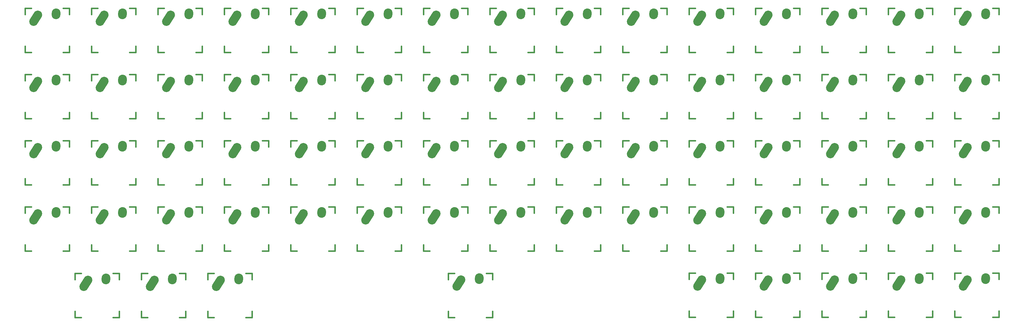
<source format=gbr>
%TF.GenerationSoftware,KiCad,Pcbnew,9.0.2*%
%TF.CreationDate,2025-06-02T23:42:43-04:00*%
%TF.ProjectId,OrangeDeck Keyboard,4f72616e-6765-4446-9563-6b204b657962,rev?*%
%TF.SameCoordinates,Original*%
%TF.FileFunction,Legend,Top*%
%TF.FilePolarity,Positive*%
%FSLAX46Y46*%
G04 Gerber Fmt 4.6, Leading zero omitted, Abs format (unit mm)*
G04 Created by KiCad (PCBNEW 9.0.2) date 2025-06-02 23:42:43*
%MOMM*%
%LPD*%
G01*
G04 APERTURE LIST*
G04 Aperture macros list*
%AMHorizOval*
0 Thick line with rounded ends*
0 $1 width*
0 $2 $3 position (X,Y) of the first rounded end (center of the circle)*
0 $4 $5 position (X,Y) of the second rounded end (center of the circle)*
0 Add line between two ends*
20,1,$1,$2,$3,$4,$5,0*
0 Add two circle primitives to create the rounded ends*
1,1,$1,$2,$3*
1,1,$1,$4,$5*%
G04 Aperture macros list end*
%ADD10C,0.381000*%
%ADD11HorizOval,2.500000X-0.604462X-0.948815X0.604462X0.948815X0*%
%ADD12HorizOval,2.500000X-0.019724X-0.289328X0.019724X0.289328X0*%
G04 APERTURE END LIST*
D10*
%TO.C,K67*%
X113030000Y-82550000D02*
X114808000Y-82550000D01*
X113030000Y-84328000D02*
X113030000Y-82550000D01*
X113030000Y-95250000D02*
X113030000Y-93472000D01*
X114808000Y-95250000D02*
X113030000Y-95250000D01*
X123952000Y-82550000D02*
X125730000Y-82550000D01*
X125730000Y-82550000D02*
X125730000Y-84328000D01*
X125730000Y-93472000D02*
X125730000Y-95250000D01*
X125730000Y-95250000D02*
X123952000Y-95250000D01*
%TO.C,K23*%
X36830000Y-25400000D02*
X38608000Y-25400000D01*
X36830000Y-27178000D02*
X36830000Y-25400000D01*
X36830000Y-38100000D02*
X36830000Y-36322000D01*
X38608000Y-38100000D02*
X36830000Y-38100000D01*
X47752000Y-25400000D02*
X49530000Y-25400000D01*
X49530000Y-25400000D02*
X49530000Y-27178000D01*
X49530000Y-36322000D02*
X49530000Y-38100000D01*
X49530000Y-38100000D02*
X47752000Y-38100000D01*
%TO.C,K52*%
X17780000Y-63500000D02*
X19558000Y-63500000D01*
X17780000Y-65278000D02*
X17780000Y-63500000D01*
X17780000Y-76200000D02*
X17780000Y-74422000D01*
X19558000Y-76200000D02*
X17780000Y-76200000D01*
X28702000Y-63500000D02*
X30480000Y-63500000D01*
X30480000Y-63500000D02*
X30480000Y-65278000D01*
X30480000Y-74422000D02*
X30480000Y-76200000D01*
X30480000Y-76200000D02*
X28702000Y-76200000D01*
%TO.C,K47*%
X-77470000Y-63500000D02*
X-75692000Y-63500000D01*
X-77470000Y-65278000D02*
X-77470000Y-63500000D01*
X-77470000Y-76200000D02*
X-77470000Y-74422000D01*
X-75692000Y-76200000D02*
X-77470000Y-76200000D01*
X-66548000Y-63500000D02*
X-64770000Y-63500000D01*
X-64770000Y-63500000D02*
X-64770000Y-65278000D01*
X-64770000Y-74422000D02*
X-64770000Y-76200000D01*
X-64770000Y-76200000D02*
X-66548000Y-76200000D01*
%TO.C,K33*%
X-58420000Y-44450000D02*
X-56642000Y-44450000D01*
X-58420000Y-46228000D02*
X-58420000Y-44450000D01*
X-58420000Y-57150000D02*
X-58420000Y-55372000D01*
X-56642000Y-57150000D02*
X-58420000Y-57150000D01*
X-47498000Y-44450000D02*
X-45720000Y-44450000D01*
X-45720000Y-44450000D02*
X-45720000Y-46228000D01*
X-45720000Y-55372000D02*
X-45720000Y-57150000D01*
X-45720000Y-57150000D02*
X-47498000Y-57150000D01*
%TO.C,K1*%
X-96520000Y-6350000D02*
X-94742000Y-6350000D01*
X-96520000Y-8128000D02*
X-96520000Y-6350000D01*
X-96520000Y-19050000D02*
X-96520000Y-17272000D01*
X-94742000Y-19050000D02*
X-96520000Y-19050000D01*
X-85598000Y-6350000D02*
X-83820000Y-6350000D01*
X-83820000Y-6350000D02*
X-83820000Y-8128000D01*
X-83820000Y-17272000D02*
X-83820000Y-19050000D01*
X-83820000Y-19050000D02*
X-85598000Y-19050000D01*
%TO.C,K27*%
X113030000Y-25400000D02*
X114808000Y-25400000D01*
X113030000Y-27178000D02*
X113030000Y-25400000D01*
X113030000Y-38100000D02*
X113030000Y-36322000D01*
X114808000Y-38100000D02*
X113030000Y-38100000D01*
X123952000Y-25400000D02*
X125730000Y-25400000D01*
X125730000Y-25400000D02*
X125730000Y-27178000D01*
X125730000Y-36322000D02*
X125730000Y-38100000D01*
X125730000Y-38100000D02*
X123952000Y-38100000D01*
%TO.C,K60*%
X170180000Y-63500000D02*
X171958000Y-63500000D01*
X170180000Y-65278000D02*
X170180000Y-63500000D01*
X170180000Y-76200000D02*
X170180000Y-74422000D01*
X171958000Y-76200000D02*
X170180000Y-76200000D01*
X181102000Y-63500000D02*
X182880000Y-63500000D01*
X182880000Y-63500000D02*
X182880000Y-65278000D01*
X182880000Y-74422000D02*
X182880000Y-76200000D01*
X182880000Y-76200000D02*
X181102000Y-76200000D01*
%TO.C,K28*%
X132080000Y-25400000D02*
X133858000Y-25400000D01*
X132080000Y-27178000D02*
X132080000Y-25400000D01*
X132080000Y-38100000D02*
X132080000Y-36322000D01*
X133858000Y-38100000D02*
X132080000Y-38100000D01*
X143002000Y-25400000D02*
X144780000Y-25400000D01*
X144780000Y-25400000D02*
X144780000Y-27178000D01*
X144780000Y-36322000D02*
X144780000Y-38100000D01*
X144780000Y-38100000D02*
X143002000Y-38100000D01*
%TO.C,K36*%
X-1270000Y-44450000D02*
X508000Y-44450000D01*
X-1270000Y-46228000D02*
X-1270000Y-44450000D01*
X-1270000Y-57150000D02*
X-1270000Y-55372000D01*
X508000Y-57150000D02*
X-1270000Y-57150000D01*
X9652000Y-44450000D02*
X11430000Y-44450000D01*
X11430000Y-44450000D02*
X11430000Y-46228000D01*
X11430000Y-55372000D02*
X11430000Y-57150000D01*
X11430000Y-57150000D02*
X9652000Y-57150000D01*
%TO.C,K30*%
X170180000Y-25400000D02*
X171958000Y-25400000D01*
X170180000Y-27178000D02*
X170180000Y-25400000D01*
X170180000Y-38100000D02*
X170180000Y-36322000D01*
X171958000Y-38100000D02*
X170180000Y-38100000D01*
X181102000Y-25400000D02*
X182880000Y-25400000D01*
X182880000Y-25400000D02*
X182880000Y-27178000D01*
X182880000Y-36322000D02*
X182880000Y-38100000D01*
X182880000Y-38100000D02*
X181102000Y-38100000D01*
%TO.C,K45*%
X170180000Y-44450000D02*
X171958000Y-44450000D01*
X170180000Y-46228000D02*
X170180000Y-44450000D01*
X170180000Y-57150000D02*
X170180000Y-55372000D01*
X171958000Y-57150000D02*
X170180000Y-57150000D01*
X181102000Y-44450000D02*
X182880000Y-44450000D01*
X182880000Y-44450000D02*
X182880000Y-46228000D01*
X182880000Y-55372000D02*
X182880000Y-57150000D01*
X182880000Y-57150000D02*
X181102000Y-57150000D01*
%TO.C,K6*%
X-1270000Y-6350000D02*
X508000Y-6350000D01*
X-1270000Y-8128000D02*
X-1270000Y-6350000D01*
X-1270000Y-19050000D02*
X-1270000Y-17272000D01*
X508000Y-19050000D02*
X-1270000Y-19050000D01*
X9652000Y-6350000D02*
X11430000Y-6350000D01*
X11430000Y-6350000D02*
X11430000Y-8128000D01*
X11430000Y-17272000D02*
X11430000Y-19050000D01*
X11430000Y-19050000D02*
X9652000Y-19050000D01*
%TO.C,K69*%
X151130000Y-82550000D02*
X152908000Y-82550000D01*
X151130000Y-84328000D02*
X151130000Y-82550000D01*
X151130000Y-95250000D02*
X151130000Y-93472000D01*
X152908000Y-95250000D02*
X151130000Y-95250000D01*
X162052000Y-82550000D02*
X163830000Y-82550000D01*
X163830000Y-82550000D02*
X163830000Y-84328000D01*
X163830000Y-93472000D02*
X163830000Y-95250000D01*
X163830000Y-95250000D02*
X162052000Y-95250000D01*
%TO.C,K50*%
X-20320000Y-63500000D02*
X-18542000Y-63500000D01*
X-20320000Y-65278000D02*
X-20320000Y-63500000D01*
X-20320000Y-76200000D02*
X-20320000Y-74422000D01*
X-18542000Y-76200000D02*
X-20320000Y-76200000D01*
X-9398000Y-63500000D02*
X-7620000Y-63500000D01*
X-7620000Y-63500000D02*
X-7620000Y-65278000D01*
X-7620000Y-74422000D02*
X-7620000Y-76200000D01*
X-7620000Y-76200000D02*
X-9398000Y-76200000D01*
%TO.C,K65*%
X24893250Y-82572500D02*
X26671250Y-82572500D01*
X24893250Y-84350500D02*
X24893250Y-82572500D01*
X24893250Y-95272500D02*
X24893250Y-93494500D01*
X26671250Y-95272500D02*
X24893250Y-95272500D01*
X35815250Y-82572500D02*
X37593250Y-82572500D01*
X37593250Y-82572500D02*
X37593250Y-84350500D01*
X37593250Y-93494500D02*
X37593250Y-95272500D01*
X37593250Y-95272500D02*
X35815250Y-95272500D01*
%TO.C,K48*%
X-58420000Y-63500000D02*
X-56642000Y-63500000D01*
X-58420000Y-65278000D02*
X-58420000Y-63500000D01*
X-58420000Y-76200000D02*
X-58420000Y-74422000D01*
X-56642000Y-76200000D02*
X-58420000Y-76200000D01*
X-47498000Y-63500000D02*
X-45720000Y-63500000D01*
X-45720000Y-63500000D02*
X-45720000Y-65278000D01*
X-45720000Y-74422000D02*
X-45720000Y-76200000D01*
X-45720000Y-76200000D02*
X-47498000Y-76200000D01*
%TO.C,K5*%
X-20320000Y-6350000D02*
X-18542000Y-6350000D01*
X-20320000Y-8128000D02*
X-20320000Y-6350000D01*
X-20320000Y-19050000D02*
X-20320000Y-17272000D01*
X-18542000Y-19050000D02*
X-20320000Y-19050000D01*
X-9398000Y-6350000D02*
X-7620000Y-6350000D01*
X-7620000Y-6350000D02*
X-7620000Y-8128000D01*
X-7620000Y-17272000D02*
X-7620000Y-19050000D01*
X-7620000Y-19050000D02*
X-9398000Y-19050000D01*
%TO.C,K51*%
X-1270000Y-63500000D02*
X508000Y-63500000D01*
X-1270000Y-65278000D02*
X-1270000Y-63500000D01*
X-1270000Y-76200000D02*
X-1270000Y-74422000D01*
X508000Y-76200000D02*
X-1270000Y-76200000D01*
X9652000Y-63500000D02*
X11430000Y-63500000D01*
X11430000Y-63500000D02*
X11430000Y-65278000D01*
X11430000Y-74422000D02*
X11430000Y-76200000D01*
X11430000Y-76200000D02*
X9652000Y-76200000D01*
%TO.C,K35*%
X-20320000Y-44450000D02*
X-18542000Y-44450000D01*
X-20320000Y-46228000D02*
X-20320000Y-44450000D01*
X-20320000Y-57150000D02*
X-20320000Y-55372000D01*
X-18542000Y-57150000D02*
X-20320000Y-57150000D01*
X-9398000Y-44450000D02*
X-7620000Y-44450000D01*
X-7620000Y-44450000D02*
X-7620000Y-46228000D01*
X-7620000Y-55372000D02*
X-7620000Y-57150000D01*
X-7620000Y-57150000D02*
X-9398000Y-57150000D01*
%TO.C,K7*%
X17780000Y-6350000D02*
X19558000Y-6350000D01*
X17780000Y-8128000D02*
X17780000Y-6350000D01*
X17780000Y-19050000D02*
X17780000Y-17272000D01*
X19558000Y-19050000D02*
X17780000Y-19050000D01*
X28702000Y-6350000D02*
X30480000Y-6350000D01*
X30480000Y-6350000D02*
X30480000Y-8128000D01*
X30480000Y-17272000D02*
X30480000Y-19050000D01*
X30480000Y-19050000D02*
X28702000Y-19050000D01*
%TO.C,K46*%
X-96520000Y-63500000D02*
X-94742000Y-63500000D01*
X-96520000Y-65278000D02*
X-96520000Y-63500000D01*
X-96520000Y-76200000D02*
X-96520000Y-74422000D01*
X-94742000Y-76200000D02*
X-96520000Y-76200000D01*
X-85598000Y-63500000D02*
X-83820000Y-63500000D01*
X-83820000Y-63500000D02*
X-83820000Y-65278000D01*
X-83820000Y-74422000D02*
X-83820000Y-76200000D01*
X-83820000Y-76200000D02*
X-85598000Y-76200000D01*
%TO.C,K9*%
X55880000Y-6350000D02*
X57658000Y-6350000D01*
X55880000Y-8128000D02*
X55880000Y-6350000D01*
X55880000Y-19050000D02*
X55880000Y-17272000D01*
X57658000Y-19050000D02*
X55880000Y-19050000D01*
X66802000Y-6350000D02*
X68580000Y-6350000D01*
X68580000Y-6350000D02*
X68580000Y-8128000D01*
X68580000Y-17272000D02*
X68580000Y-19050000D01*
X68580000Y-19050000D02*
X66802000Y-19050000D01*
%TO.C,K11*%
X93980000Y-6350000D02*
X95758000Y-6350000D01*
X93980000Y-8128000D02*
X93980000Y-6350000D01*
X93980000Y-19050000D02*
X93980000Y-17272000D01*
X95758000Y-19050000D02*
X93980000Y-19050000D01*
X104902000Y-6350000D02*
X106680000Y-6350000D01*
X106680000Y-6350000D02*
X106680000Y-8128000D01*
X106680000Y-17272000D02*
X106680000Y-19050000D01*
X106680000Y-19050000D02*
X104902000Y-19050000D01*
%TO.C,K24*%
X55880000Y-25400000D02*
X57658000Y-25400000D01*
X55880000Y-27178000D02*
X55880000Y-25400000D01*
X55880000Y-38100000D02*
X55880000Y-36322000D01*
X57658000Y-38100000D02*
X55880000Y-38100000D01*
X66802000Y-25400000D02*
X68580000Y-25400000D01*
X68580000Y-25400000D02*
X68580000Y-27178000D01*
X68580000Y-36322000D02*
X68580000Y-38100000D01*
X68580000Y-38100000D02*
X66802000Y-38100000D01*
%TO.C,K54*%
X55880000Y-63500000D02*
X57658000Y-63500000D01*
X55880000Y-65278000D02*
X55880000Y-63500000D01*
X55880000Y-76200000D02*
X55880000Y-74422000D01*
X57658000Y-76200000D02*
X55880000Y-76200000D01*
X66802000Y-63500000D02*
X68580000Y-63500000D01*
X68580000Y-63500000D02*
X68580000Y-65278000D01*
X68580000Y-74422000D02*
X68580000Y-76200000D01*
X68580000Y-76200000D02*
X66802000Y-76200000D01*
%TO.C,K10*%
X74930000Y-6350000D02*
X76708000Y-6350000D01*
X74930000Y-8128000D02*
X74930000Y-6350000D01*
X74930000Y-19050000D02*
X74930000Y-17272000D01*
X76708000Y-19050000D02*
X74930000Y-19050000D01*
X85852000Y-6350000D02*
X87630000Y-6350000D01*
X87630000Y-6350000D02*
X87630000Y-8128000D01*
X87630000Y-17272000D02*
X87630000Y-19050000D01*
X87630000Y-19050000D02*
X85852000Y-19050000D01*
%TO.C,K39*%
X55880000Y-44450000D02*
X57658000Y-44450000D01*
X55880000Y-46228000D02*
X55880000Y-44450000D01*
X55880000Y-57150000D02*
X55880000Y-55372000D01*
X57658000Y-57150000D02*
X55880000Y-57150000D01*
X66802000Y-44450000D02*
X68580000Y-44450000D01*
X68580000Y-44450000D02*
X68580000Y-46228000D01*
X68580000Y-55372000D02*
X68580000Y-57150000D01*
X68580000Y-57150000D02*
X66802000Y-57150000D01*
%TO.C,K66*%
X93980000Y-82550000D02*
X95758000Y-82550000D01*
X93980000Y-84328000D02*
X93980000Y-82550000D01*
X93980000Y-95250000D02*
X93980000Y-93472000D01*
X95758000Y-95250000D02*
X93980000Y-95250000D01*
X104902000Y-82550000D02*
X106680000Y-82550000D01*
X106680000Y-82550000D02*
X106680000Y-84328000D01*
X106680000Y-93472000D02*
X106680000Y-95250000D01*
X106680000Y-95250000D02*
X104902000Y-95250000D01*
%TO.C,K18*%
X-58420000Y-25400000D02*
X-56642000Y-25400000D01*
X-58420000Y-27178000D02*
X-58420000Y-25400000D01*
X-58420000Y-38100000D02*
X-58420000Y-36322000D01*
X-56642000Y-38100000D02*
X-58420000Y-38100000D01*
X-47498000Y-25400000D02*
X-45720000Y-25400000D01*
X-45720000Y-25400000D02*
X-45720000Y-27178000D01*
X-45720000Y-36322000D02*
X-45720000Y-38100000D01*
X-45720000Y-38100000D02*
X-47498000Y-38100000D01*
%TO.C,K31*%
X-96520000Y-44450000D02*
X-94742000Y-44450000D01*
X-96520000Y-46228000D02*
X-96520000Y-44450000D01*
X-96520000Y-57150000D02*
X-96520000Y-55372000D01*
X-94742000Y-57150000D02*
X-96520000Y-57150000D01*
X-85598000Y-44450000D02*
X-83820000Y-44450000D01*
X-83820000Y-44450000D02*
X-83820000Y-46228000D01*
X-83820000Y-55372000D02*
X-83820000Y-57150000D01*
X-83820000Y-57150000D02*
X-85598000Y-57150000D01*
%TO.C,K37*%
X17780000Y-44450000D02*
X19558000Y-44450000D01*
X17780000Y-46228000D02*
X17780000Y-44450000D01*
X17780000Y-57150000D02*
X17780000Y-55372000D01*
X19558000Y-57150000D02*
X17780000Y-57150000D01*
X28702000Y-44450000D02*
X30480000Y-44450000D01*
X30480000Y-44450000D02*
X30480000Y-46228000D01*
X30480000Y-55372000D02*
X30480000Y-57150000D01*
X30480000Y-57150000D02*
X28702000Y-57150000D01*
%TO.C,K17*%
X-77470000Y-25400000D02*
X-75692000Y-25400000D01*
X-77470000Y-27178000D02*
X-77470000Y-25400000D01*
X-77470000Y-38100000D02*
X-77470000Y-36322000D01*
X-75692000Y-38100000D02*
X-77470000Y-38100000D01*
X-66548000Y-25400000D02*
X-64770000Y-25400000D01*
X-64770000Y-25400000D02*
X-64770000Y-27178000D01*
X-64770000Y-36322000D02*
X-64770000Y-38100000D01*
X-64770000Y-38100000D02*
X-66548000Y-38100000D01*
%TO.C,K68*%
X132080000Y-82550000D02*
X133858000Y-82550000D01*
X132080000Y-84328000D02*
X132080000Y-82550000D01*
X132080000Y-95250000D02*
X132080000Y-93472000D01*
X133858000Y-95250000D02*
X132080000Y-95250000D01*
X143002000Y-82550000D02*
X144780000Y-82550000D01*
X144780000Y-82550000D02*
X144780000Y-84328000D01*
X144780000Y-93472000D02*
X144780000Y-95250000D01*
X144780000Y-95250000D02*
X143002000Y-95250000D01*
%TO.C,K13*%
X132080000Y-6350000D02*
X133858000Y-6350000D01*
X132080000Y-8128000D02*
X132080000Y-6350000D01*
X132080000Y-19050000D02*
X132080000Y-17272000D01*
X133858000Y-19050000D02*
X132080000Y-19050000D01*
X143002000Y-6350000D02*
X144780000Y-6350000D01*
X144780000Y-6350000D02*
X144780000Y-8128000D01*
X144780000Y-17272000D02*
X144780000Y-19050000D01*
X144780000Y-19050000D02*
X143002000Y-19050000D01*
%TO.C,K26*%
X93980000Y-25400000D02*
X95758000Y-25400000D01*
X93980000Y-27178000D02*
X93980000Y-25400000D01*
X93980000Y-38100000D02*
X93980000Y-36322000D01*
X95758000Y-38100000D02*
X93980000Y-38100000D01*
X104902000Y-25400000D02*
X106680000Y-25400000D01*
X106680000Y-25400000D02*
X106680000Y-27178000D01*
X106680000Y-36322000D02*
X106680000Y-38100000D01*
X106680000Y-38100000D02*
X104902000Y-38100000D01*
%TO.C,K15*%
X170180000Y-6350000D02*
X171958000Y-6350000D01*
X170180000Y-8128000D02*
X170180000Y-6350000D01*
X170180000Y-19050000D02*
X170180000Y-17272000D01*
X171958000Y-19050000D02*
X170180000Y-19050000D01*
X181102000Y-6350000D02*
X182880000Y-6350000D01*
X182880000Y-6350000D02*
X182880000Y-8128000D01*
X182880000Y-17272000D02*
X182880000Y-19050000D01*
X182880000Y-19050000D02*
X181102000Y-19050000D01*
%TO.C,K63*%
X-63120000Y-82627500D02*
X-61342000Y-82627500D01*
X-63120000Y-84405500D02*
X-63120000Y-82627500D01*
X-63120000Y-95327500D02*
X-63120000Y-93549500D01*
X-61342000Y-95327500D02*
X-63120000Y-95327500D01*
X-52198000Y-82627500D02*
X-50420000Y-82627500D01*
X-50420000Y-82627500D02*
X-50420000Y-84405500D01*
X-50420000Y-93549500D02*
X-50420000Y-95327500D01*
X-50420000Y-95327500D02*
X-52198000Y-95327500D01*
%TO.C,K2*%
X-77470000Y-6350000D02*
X-75692000Y-6350000D01*
X-77470000Y-8128000D02*
X-77470000Y-6350000D01*
X-77470000Y-19050000D02*
X-77470000Y-17272000D01*
X-75692000Y-19050000D02*
X-77470000Y-19050000D01*
X-66548000Y-6350000D02*
X-64770000Y-6350000D01*
X-64770000Y-6350000D02*
X-64770000Y-8128000D01*
X-64770000Y-17272000D02*
X-64770000Y-19050000D01*
X-64770000Y-19050000D02*
X-66548000Y-19050000D01*
%TO.C,K25*%
X74930000Y-25400000D02*
X76708000Y-25400000D01*
X74930000Y-27178000D02*
X74930000Y-25400000D01*
X74930000Y-38100000D02*
X74930000Y-36322000D01*
X76708000Y-38100000D02*
X74930000Y-38100000D01*
X85852000Y-25400000D02*
X87630000Y-25400000D01*
X87630000Y-25400000D02*
X87630000Y-27178000D01*
X87630000Y-36322000D02*
X87630000Y-38100000D01*
X87630000Y-38100000D02*
X85852000Y-38100000D01*
%TO.C,K59*%
X151130000Y-63500000D02*
X152908000Y-63500000D01*
X151130000Y-65278000D02*
X151130000Y-63500000D01*
X151130000Y-76200000D02*
X151130000Y-74422000D01*
X152908000Y-76200000D02*
X151130000Y-76200000D01*
X162052000Y-63500000D02*
X163830000Y-63500000D01*
X163830000Y-63500000D02*
X163830000Y-65278000D01*
X163830000Y-74422000D02*
X163830000Y-76200000D01*
X163830000Y-76200000D02*
X162052000Y-76200000D01*
%TO.C,K38*%
X36830000Y-44450000D02*
X38608000Y-44450000D01*
X36830000Y-46228000D02*
X36830000Y-44450000D01*
X36830000Y-57150000D02*
X36830000Y-55372000D01*
X38608000Y-57150000D02*
X36830000Y-57150000D01*
X47752000Y-44450000D02*
X49530000Y-44450000D01*
X49530000Y-44450000D02*
X49530000Y-46228000D01*
X49530000Y-55372000D02*
X49530000Y-57150000D01*
X49530000Y-57150000D02*
X47752000Y-57150000D01*
%TO.C,K49*%
X-39370000Y-63500000D02*
X-37592000Y-63500000D01*
X-39370000Y-65278000D02*
X-39370000Y-63500000D01*
X-39370000Y-76200000D02*
X-39370000Y-74422000D01*
X-37592000Y-76200000D02*
X-39370000Y-76200000D01*
X-28448000Y-63500000D02*
X-26670000Y-63500000D01*
X-26670000Y-63500000D02*
X-26670000Y-65278000D01*
X-26670000Y-74422000D02*
X-26670000Y-76200000D01*
X-26670000Y-76200000D02*
X-28448000Y-76200000D01*
%TO.C,K16*%
X-96520000Y-25400000D02*
X-94742000Y-25400000D01*
X-96520000Y-27178000D02*
X-96520000Y-25400000D01*
X-96520000Y-38100000D02*
X-96520000Y-36322000D01*
X-94742000Y-38100000D02*
X-96520000Y-38100000D01*
X-85598000Y-25400000D02*
X-83820000Y-25400000D01*
X-83820000Y-25400000D02*
X-83820000Y-27178000D01*
X-83820000Y-36322000D02*
X-83820000Y-38100000D01*
X-83820000Y-38100000D02*
X-85598000Y-38100000D01*
%TO.C,K29*%
X151130000Y-25400000D02*
X152908000Y-25400000D01*
X151130000Y-27178000D02*
X151130000Y-25400000D01*
X151130000Y-38100000D02*
X151130000Y-36322000D01*
X152908000Y-38100000D02*
X151130000Y-38100000D01*
X162052000Y-25400000D02*
X163830000Y-25400000D01*
X163830000Y-25400000D02*
X163830000Y-27178000D01*
X163830000Y-36322000D02*
X163830000Y-38100000D01*
X163830000Y-38100000D02*
X162052000Y-38100000D01*
%TO.C,K42*%
X113030000Y-44450000D02*
X114808000Y-44450000D01*
X113030000Y-46228000D02*
X113030000Y-44450000D01*
X113030000Y-57150000D02*
X113030000Y-55372000D01*
X114808000Y-57150000D02*
X113030000Y-57150000D01*
X123952000Y-44450000D02*
X125730000Y-44450000D01*
X125730000Y-44450000D02*
X125730000Y-46228000D01*
X125730000Y-55372000D02*
X125730000Y-57150000D01*
X125730000Y-57150000D02*
X123952000Y-57150000D01*
%TO.C,K21*%
X-1270000Y-25400000D02*
X508000Y-25400000D01*
X-1270000Y-27178000D02*
X-1270000Y-25400000D01*
X-1270000Y-38100000D02*
X-1270000Y-36322000D01*
X508000Y-38100000D02*
X-1270000Y-38100000D01*
X9652000Y-25400000D02*
X11430000Y-25400000D01*
X11430000Y-25400000D02*
X11430000Y-27178000D01*
X11430000Y-36322000D02*
X11430000Y-38100000D01*
X11430000Y-38100000D02*
X9652000Y-38100000D01*
%TO.C,K57*%
X113030000Y-63500000D02*
X114808000Y-63500000D01*
X113030000Y-65278000D02*
X113030000Y-63500000D01*
X113030000Y-76200000D02*
X113030000Y-74422000D01*
X114808000Y-76200000D02*
X113030000Y-76200000D01*
X123952000Y-63500000D02*
X125730000Y-63500000D01*
X125730000Y-63500000D02*
X125730000Y-65278000D01*
X125730000Y-74422000D02*
X125730000Y-76200000D01*
X125730000Y-76200000D02*
X123952000Y-76200000D01*
%TO.C,K32*%
X-77470000Y-44450000D02*
X-75692000Y-44450000D01*
X-77470000Y-46228000D02*
X-77470000Y-44450000D01*
X-77470000Y-57150000D02*
X-77470000Y-55372000D01*
X-75692000Y-57150000D02*
X-77470000Y-57150000D01*
X-66548000Y-44450000D02*
X-64770000Y-44450000D01*
X-64770000Y-44450000D02*
X-64770000Y-46228000D01*
X-64770000Y-55372000D02*
X-64770000Y-57150000D01*
X-64770000Y-57150000D02*
X-66548000Y-57150000D01*
%TO.C,K12*%
X113030000Y-6350000D02*
X114808000Y-6350000D01*
X113030000Y-8128000D02*
X113030000Y-6350000D01*
X113030000Y-19050000D02*
X113030000Y-17272000D01*
X114808000Y-19050000D02*
X113030000Y-19050000D01*
X123952000Y-6350000D02*
X125730000Y-6350000D01*
X125730000Y-6350000D02*
X125730000Y-8128000D01*
X125730000Y-17272000D02*
X125730000Y-19050000D01*
X125730000Y-19050000D02*
X123952000Y-19050000D01*
%TO.C,K8*%
X36830000Y-6350000D02*
X38608000Y-6350000D01*
X36830000Y-8128000D02*
X36830000Y-6350000D01*
X36830000Y-19050000D02*
X36830000Y-17272000D01*
X38608000Y-19050000D02*
X36830000Y-19050000D01*
X47752000Y-6350000D02*
X49530000Y-6350000D01*
X49530000Y-6350000D02*
X49530000Y-8128000D01*
X49530000Y-17272000D02*
X49530000Y-19050000D01*
X49530000Y-19050000D02*
X47752000Y-19050000D01*
%TO.C,K14*%
X151130000Y-6350000D02*
X152908000Y-6350000D01*
X151130000Y-8128000D02*
X151130000Y-6350000D01*
X151130000Y-19050000D02*
X151130000Y-17272000D01*
X152908000Y-19050000D02*
X151130000Y-19050000D01*
X162052000Y-6350000D02*
X163830000Y-6350000D01*
X163830000Y-6350000D02*
X163830000Y-8128000D01*
X163830000Y-17272000D02*
X163830000Y-19050000D01*
X163830000Y-19050000D02*
X162052000Y-19050000D01*
%TO.C,K20*%
X-20320000Y-25400000D02*
X-18542000Y-25400000D01*
X-20320000Y-27178000D02*
X-20320000Y-25400000D01*
X-20320000Y-38100000D02*
X-20320000Y-36322000D01*
X-18542000Y-38100000D02*
X-20320000Y-38100000D01*
X-9398000Y-25400000D02*
X-7620000Y-25400000D01*
X-7620000Y-25400000D02*
X-7620000Y-27178000D01*
X-7620000Y-36322000D02*
X-7620000Y-38100000D01*
X-7620000Y-38100000D02*
X-9398000Y-38100000D01*
%TO.C,K62*%
X-82200000Y-82627500D02*
X-80422000Y-82627500D01*
X-82200000Y-84405500D02*
X-82200000Y-82627500D01*
X-82200000Y-95327500D02*
X-82200000Y-93549500D01*
X-80422000Y-95327500D02*
X-82200000Y-95327500D01*
X-71278000Y-82627500D02*
X-69500000Y-82627500D01*
X-69500000Y-82627500D02*
X-69500000Y-84405500D01*
X-69500000Y-93549500D02*
X-69500000Y-95327500D01*
X-69500000Y-95327500D02*
X-71278000Y-95327500D01*
%TO.C,K19*%
X-39370000Y-25400000D02*
X-37592000Y-25400000D01*
X-39370000Y-27178000D02*
X-39370000Y-25400000D01*
X-39370000Y-38100000D02*
X-39370000Y-36322000D01*
X-37592000Y-38100000D02*
X-39370000Y-38100000D01*
X-28448000Y-25400000D02*
X-26670000Y-25400000D01*
X-26670000Y-25400000D02*
X-26670000Y-27178000D01*
X-26670000Y-36322000D02*
X-26670000Y-38100000D01*
X-26670000Y-38100000D02*
X-28448000Y-38100000D01*
%TO.C,K3*%
X-58420000Y-6350000D02*
X-56642000Y-6350000D01*
X-58420000Y-8128000D02*
X-58420000Y-6350000D01*
X-58420000Y-19050000D02*
X-58420000Y-17272000D01*
X-56642000Y-19050000D02*
X-58420000Y-19050000D01*
X-47498000Y-6350000D02*
X-45720000Y-6350000D01*
X-45720000Y-6350000D02*
X-45720000Y-8128000D01*
X-45720000Y-17272000D02*
X-45720000Y-19050000D01*
X-45720000Y-19050000D02*
X-47498000Y-19050000D01*
%TO.C,K55*%
X74930000Y-63500000D02*
X76708000Y-63500000D01*
X74930000Y-65278000D02*
X74930000Y-63500000D01*
X74930000Y-76200000D02*
X74930000Y-74422000D01*
X76708000Y-76200000D02*
X74930000Y-76200000D01*
X85852000Y-63500000D02*
X87630000Y-63500000D01*
X87630000Y-63500000D02*
X87630000Y-65278000D01*
X87630000Y-74422000D02*
X87630000Y-76200000D01*
X87630000Y-76200000D02*
X85852000Y-76200000D01*
%TO.C,K70*%
X170180000Y-82550000D02*
X171958000Y-82550000D01*
X170180000Y-84328000D02*
X170180000Y-82550000D01*
X170180000Y-95250000D02*
X170180000Y-93472000D01*
X171958000Y-95250000D02*
X170180000Y-95250000D01*
X181102000Y-82550000D02*
X182880000Y-82550000D01*
X182880000Y-82550000D02*
X182880000Y-84328000D01*
X182880000Y-93472000D02*
X182880000Y-95250000D01*
X182880000Y-95250000D02*
X181102000Y-95250000D01*
%TO.C,K44*%
X151130000Y-44450000D02*
X152908000Y-44450000D01*
X151130000Y-46228000D02*
X151130000Y-44450000D01*
X151130000Y-57150000D02*
X151130000Y-55372000D01*
X152908000Y-57150000D02*
X151130000Y-57150000D01*
X162052000Y-44450000D02*
X163830000Y-44450000D01*
X163830000Y-44450000D02*
X163830000Y-46228000D01*
X163830000Y-55372000D02*
X163830000Y-57150000D01*
X163830000Y-57150000D02*
X162052000Y-57150000D01*
%TO.C,K43*%
X132080000Y-44450000D02*
X133858000Y-44450000D01*
X132080000Y-46228000D02*
X132080000Y-44450000D01*
X132080000Y-57150000D02*
X132080000Y-55372000D01*
X133858000Y-57150000D02*
X132080000Y-57150000D01*
X143002000Y-44450000D02*
X144780000Y-44450000D01*
X144780000Y-44450000D02*
X144780000Y-46228000D01*
X144780000Y-55372000D02*
X144780000Y-57150000D01*
X144780000Y-57150000D02*
X143002000Y-57150000D01*
%TO.C,K40*%
X74930000Y-44450000D02*
X76708000Y-44450000D01*
X74930000Y-46228000D02*
X74930000Y-44450000D01*
X74930000Y-57150000D02*
X74930000Y-55372000D01*
X76708000Y-57150000D02*
X74930000Y-57150000D01*
X85852000Y-44450000D02*
X87630000Y-44450000D01*
X87630000Y-44450000D02*
X87630000Y-46228000D01*
X87630000Y-55372000D02*
X87630000Y-57150000D01*
X87630000Y-57150000D02*
X85852000Y-57150000D01*
%TO.C,K4*%
X-39370000Y-6350000D02*
X-37592000Y-6350000D01*
X-39370000Y-8128000D02*
X-39370000Y-6350000D01*
X-39370000Y-19050000D02*
X-39370000Y-17272000D01*
X-37592000Y-19050000D02*
X-39370000Y-19050000D01*
X-28448000Y-6350000D02*
X-26670000Y-6350000D01*
X-26670000Y-6350000D02*
X-26670000Y-8128000D01*
X-26670000Y-17272000D02*
X-26670000Y-19050000D01*
X-26670000Y-19050000D02*
X-28448000Y-19050000D01*
%TO.C,K64*%
X-44120000Y-82627500D02*
X-42342000Y-82627500D01*
X-44120000Y-84405500D02*
X-44120000Y-82627500D01*
X-44120000Y-95327500D02*
X-44120000Y-93549500D01*
X-42342000Y-95327500D02*
X-44120000Y-95327500D01*
X-33198000Y-82627500D02*
X-31420000Y-82627500D01*
X-31420000Y-82627500D02*
X-31420000Y-84405500D01*
X-31420000Y-93549500D02*
X-31420000Y-95327500D01*
X-31420000Y-95327500D02*
X-33198000Y-95327500D01*
%TO.C,K41*%
X93980000Y-44450000D02*
X95758000Y-44450000D01*
X93980000Y-46228000D02*
X93980000Y-44450000D01*
X93980000Y-57150000D02*
X93980000Y-55372000D01*
X95758000Y-57150000D02*
X93980000Y-57150000D01*
X104902000Y-44450000D02*
X106680000Y-44450000D01*
X106680000Y-44450000D02*
X106680000Y-46228000D01*
X106680000Y-55372000D02*
X106680000Y-57150000D01*
X106680000Y-57150000D02*
X104902000Y-57150000D01*
%TO.C,K53*%
X36830000Y-63500000D02*
X38608000Y-63500000D01*
X36830000Y-65278000D02*
X36830000Y-63500000D01*
X36830000Y-76200000D02*
X36830000Y-74422000D01*
X38608000Y-76200000D02*
X36830000Y-76200000D01*
X47752000Y-63500000D02*
X49530000Y-63500000D01*
X49530000Y-63500000D02*
X49530000Y-65278000D01*
X49530000Y-74422000D02*
X49530000Y-76200000D01*
X49530000Y-76200000D02*
X47752000Y-76200000D01*
%TO.C,K56*%
X93980000Y-63500000D02*
X95758000Y-63500000D01*
X93980000Y-65278000D02*
X93980000Y-63500000D01*
X93980000Y-76200000D02*
X93980000Y-74422000D01*
X95758000Y-76200000D02*
X93980000Y-76200000D01*
X104902000Y-63500000D02*
X106680000Y-63500000D01*
X106680000Y-63500000D02*
X106680000Y-65278000D01*
X106680000Y-74422000D02*
X106680000Y-76200000D01*
X106680000Y-76200000D02*
X104902000Y-76200000D01*
%TO.C,K58*%
X132080000Y-63500000D02*
X133858000Y-63500000D01*
X132080000Y-65278000D02*
X132080000Y-63500000D01*
X132080000Y-76200000D02*
X132080000Y-74422000D01*
X133858000Y-76200000D02*
X132080000Y-76200000D01*
X143002000Y-63500000D02*
X144780000Y-63500000D01*
X144780000Y-63500000D02*
X144780000Y-65278000D01*
X144780000Y-74422000D02*
X144780000Y-76200000D01*
X144780000Y-76200000D02*
X143002000Y-76200000D01*
%TO.C,K34*%
X-39370000Y-44450000D02*
X-37592000Y-44450000D01*
X-39370000Y-46228000D02*
X-39370000Y-44450000D01*
X-39370000Y-57150000D02*
X-39370000Y-55372000D01*
X-37592000Y-57150000D02*
X-39370000Y-57150000D01*
X-28448000Y-44450000D02*
X-26670000Y-44450000D01*
X-26670000Y-44450000D02*
X-26670000Y-46228000D01*
X-26670000Y-55372000D02*
X-26670000Y-57150000D01*
X-26670000Y-57150000D02*
X-28448000Y-57150000D01*
%TO.C,K22*%
X17780000Y-25400000D02*
X19558000Y-25400000D01*
X17780000Y-27178000D02*
X17780000Y-25400000D01*
X17780000Y-38100000D02*
X17780000Y-36322000D01*
X19558000Y-38100000D02*
X17780000Y-38100000D01*
X28702000Y-25400000D02*
X30480000Y-25400000D01*
X30480000Y-25400000D02*
X30480000Y-27178000D01*
X30480000Y-36322000D02*
X30480000Y-38100000D01*
X30480000Y-38100000D02*
X28702000Y-38100000D01*
%TD*%
D11*
%TO.C,K67*%
X116125000Y-85380000D03*
D12*
X121900000Y-84110000D03*
%TD*%
D11*
%TO.C,K23*%
X39925000Y-28230000D03*
D12*
X45700000Y-26960000D03*
%TD*%
D11*
%TO.C,K52*%
X20875000Y-66330000D03*
D12*
X26650000Y-65060000D03*
%TD*%
D11*
%TO.C,K47*%
X-74375000Y-66330000D03*
D12*
X-68600000Y-65060000D03*
%TD*%
D11*
%TO.C,K33*%
X-55325000Y-47280000D03*
D12*
X-49550000Y-46010000D03*
%TD*%
D11*
%TO.C,K1*%
X-93425000Y-9180000D03*
D12*
X-87650000Y-7910000D03*
%TD*%
D11*
%TO.C,K27*%
X116125000Y-28230000D03*
D12*
X121900000Y-26960000D03*
%TD*%
D11*
%TO.C,K60*%
X173275000Y-66330000D03*
D12*
X179050000Y-65060000D03*
%TD*%
D11*
%TO.C,K28*%
X135175000Y-28230000D03*
D12*
X140950000Y-26960000D03*
%TD*%
D11*
%TO.C,K36*%
X1825000Y-47280000D03*
D12*
X7600000Y-46010000D03*
%TD*%
D11*
%TO.C,K30*%
X173275000Y-28230000D03*
D12*
X179050000Y-26960000D03*
%TD*%
D11*
%TO.C,K45*%
X173275000Y-47280000D03*
D12*
X179050000Y-46010000D03*
%TD*%
D11*
%TO.C,K6*%
X1825000Y-9180000D03*
D12*
X7600000Y-7910000D03*
%TD*%
D11*
%TO.C,K69*%
X154225000Y-85380000D03*
D12*
X160000000Y-84110000D03*
%TD*%
D11*
%TO.C,K50*%
X-17225000Y-66330000D03*
D12*
X-11450000Y-65060000D03*
%TD*%
D11*
%TO.C,K65*%
X27988250Y-85402500D03*
D12*
X33763250Y-84132500D03*
%TD*%
D11*
%TO.C,K48*%
X-55325000Y-66330000D03*
D12*
X-49550000Y-65060000D03*
%TD*%
D11*
%TO.C,K5*%
X-17225000Y-9180000D03*
D12*
X-11450000Y-7910000D03*
%TD*%
D11*
%TO.C,K51*%
X1825000Y-66330000D03*
D12*
X7600000Y-65060000D03*
%TD*%
D11*
%TO.C,K35*%
X-17225000Y-47280000D03*
D12*
X-11450000Y-46010000D03*
%TD*%
D11*
%TO.C,K7*%
X20875000Y-9180000D03*
D12*
X26650000Y-7910000D03*
%TD*%
D11*
%TO.C,K46*%
X-93425000Y-66330000D03*
D12*
X-87650000Y-65060000D03*
%TD*%
D11*
%TO.C,K9*%
X58975000Y-9180000D03*
D12*
X64750000Y-7910000D03*
%TD*%
D11*
%TO.C,K11*%
X97075000Y-9180000D03*
D12*
X102850000Y-7910000D03*
%TD*%
D11*
%TO.C,K24*%
X58975000Y-28230000D03*
D12*
X64750000Y-26960000D03*
%TD*%
D11*
%TO.C,K54*%
X58975000Y-66330000D03*
D12*
X64750000Y-65060000D03*
%TD*%
D11*
%TO.C,K10*%
X78025000Y-9180000D03*
D12*
X83800000Y-7910000D03*
%TD*%
D11*
%TO.C,K39*%
X58975000Y-47280000D03*
D12*
X64750000Y-46010000D03*
%TD*%
D11*
%TO.C,K66*%
X97075000Y-85380000D03*
D12*
X102850000Y-84110000D03*
%TD*%
D11*
%TO.C,K18*%
X-55325000Y-28230000D03*
D12*
X-49550000Y-26960000D03*
%TD*%
D11*
%TO.C,K31*%
X-93425000Y-47280000D03*
D12*
X-87650000Y-46010000D03*
%TD*%
D11*
%TO.C,K37*%
X20875000Y-47280000D03*
D12*
X26650000Y-46010000D03*
%TD*%
D11*
%TO.C,K17*%
X-74375000Y-28230000D03*
D12*
X-68600000Y-26960000D03*
%TD*%
D11*
%TO.C,K68*%
X135175000Y-85380000D03*
D12*
X140950000Y-84110000D03*
%TD*%
D11*
%TO.C,K13*%
X135175000Y-9180000D03*
D12*
X140950000Y-7910000D03*
%TD*%
D11*
%TO.C,K26*%
X97075000Y-28230000D03*
D12*
X102850000Y-26960000D03*
%TD*%
D11*
%TO.C,K15*%
X173275000Y-9180000D03*
D12*
X179050000Y-7910000D03*
%TD*%
D11*
%TO.C,K63*%
X-60025000Y-85457500D03*
D12*
X-54250000Y-84187500D03*
%TD*%
D11*
%TO.C,K2*%
X-74375000Y-9180000D03*
D12*
X-68600000Y-7910000D03*
%TD*%
D11*
%TO.C,K25*%
X78025000Y-28230000D03*
D12*
X83800000Y-26960000D03*
%TD*%
D11*
%TO.C,K59*%
X154225000Y-66330000D03*
D12*
X160000000Y-65060000D03*
%TD*%
D11*
%TO.C,K38*%
X39925000Y-47280000D03*
D12*
X45700000Y-46010000D03*
%TD*%
D11*
%TO.C,K49*%
X-36275000Y-66330000D03*
D12*
X-30500000Y-65060000D03*
%TD*%
D11*
%TO.C,K16*%
X-93425000Y-28230000D03*
D12*
X-87650000Y-26960000D03*
%TD*%
D11*
%TO.C,K29*%
X154225000Y-28230000D03*
D12*
X160000000Y-26960000D03*
%TD*%
D11*
%TO.C,K42*%
X116125000Y-47280000D03*
D12*
X121900000Y-46010000D03*
%TD*%
D11*
%TO.C,K21*%
X1825000Y-28230000D03*
D12*
X7600000Y-26960000D03*
%TD*%
D11*
%TO.C,K57*%
X116125000Y-66330000D03*
D12*
X121900000Y-65060000D03*
%TD*%
D11*
%TO.C,K32*%
X-74375000Y-47280000D03*
D12*
X-68600000Y-46010000D03*
%TD*%
D11*
%TO.C,K12*%
X116125000Y-9180000D03*
D12*
X121900000Y-7910000D03*
%TD*%
D11*
%TO.C,K8*%
X39925000Y-9180000D03*
D12*
X45700000Y-7910000D03*
%TD*%
D11*
%TO.C,K14*%
X154225000Y-9180000D03*
D12*
X160000000Y-7910000D03*
%TD*%
D11*
%TO.C,K20*%
X-17225000Y-28230000D03*
D12*
X-11450000Y-26960000D03*
%TD*%
D11*
%TO.C,K62*%
X-79105000Y-85457500D03*
D12*
X-73330000Y-84187500D03*
%TD*%
D11*
%TO.C,K19*%
X-36275000Y-28230000D03*
D12*
X-30500000Y-26960000D03*
%TD*%
D11*
%TO.C,K3*%
X-55325000Y-9180000D03*
D12*
X-49550000Y-7910000D03*
%TD*%
D11*
%TO.C,K55*%
X78025000Y-66330000D03*
D12*
X83800000Y-65060000D03*
%TD*%
D11*
%TO.C,K70*%
X173275000Y-85380000D03*
D12*
X179050000Y-84110000D03*
%TD*%
D11*
%TO.C,K44*%
X154225000Y-47280000D03*
D12*
X160000000Y-46010000D03*
%TD*%
D11*
%TO.C,K43*%
X135175000Y-47280000D03*
D12*
X140950000Y-46010000D03*
%TD*%
D11*
%TO.C,K40*%
X78025000Y-47280000D03*
D12*
X83800000Y-46010000D03*
%TD*%
D11*
%TO.C,K4*%
X-36275000Y-9180000D03*
D12*
X-30500000Y-7910000D03*
%TD*%
D11*
%TO.C,K64*%
X-41025000Y-85457500D03*
D12*
X-35250000Y-84187500D03*
%TD*%
D11*
%TO.C,K41*%
X97075000Y-47280000D03*
D12*
X102850000Y-46010000D03*
%TD*%
D11*
%TO.C,K53*%
X39925000Y-66330000D03*
D12*
X45700000Y-65060000D03*
%TD*%
D11*
%TO.C,K56*%
X97075000Y-66330000D03*
D12*
X102850000Y-65060000D03*
%TD*%
D11*
%TO.C,K58*%
X135175000Y-66330000D03*
D12*
X140950000Y-65060000D03*
%TD*%
D11*
%TO.C,K34*%
X-36275000Y-47280000D03*
D12*
X-30500000Y-46010000D03*
%TD*%
D11*
%TO.C,K22*%
X20875000Y-28230000D03*
D12*
X26650000Y-26960000D03*
%TD*%
M02*

</source>
